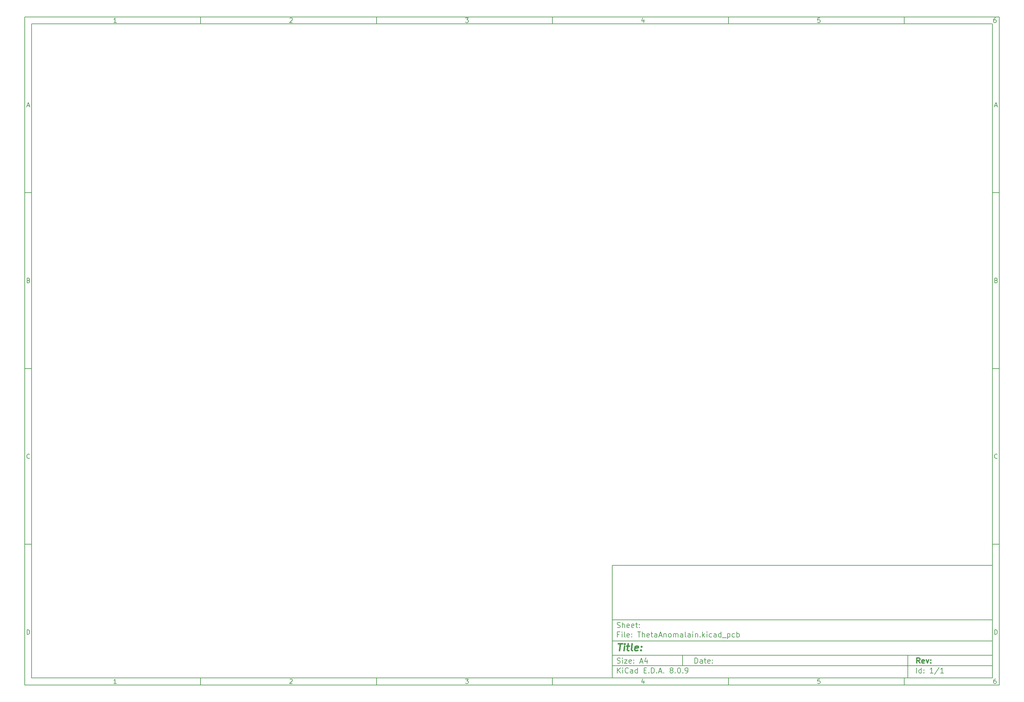
<source format=gbr>
%TF.GenerationSoftware,KiCad,Pcbnew,8.0.9-8.0.9-0~ubuntu24.04.1*%
%TF.CreationDate,2025-05-06T11:39:42+05:00*%
%TF.ProjectId,ThetaAnomalain,54686574-6141-46e6-9f6d-616c61696e2e,rev?*%
%TF.SameCoordinates,Original*%
%TF.FileFunction,Paste,Bot*%
%TF.FilePolarity,Positive*%
%FSLAX46Y46*%
G04 Gerber Fmt 4.6, Leading zero omitted, Abs format (unit mm)*
G04 Created by KiCad (PCBNEW 8.0.9-8.0.9-0~ubuntu24.04.1) date 2025-05-06 11:39:42*
%MOMM*%
%LPD*%
G01*
G04 APERTURE LIST*
%ADD10C,0.100000*%
%ADD11C,0.150000*%
%ADD12C,0.300000*%
%ADD13C,0.400000*%
G04 APERTURE END LIST*
D10*
D11*
X177002200Y-166007200D02*
X285002200Y-166007200D01*
X285002200Y-198007200D01*
X177002200Y-198007200D01*
X177002200Y-166007200D01*
D10*
D11*
X10000000Y-10000000D02*
X287002200Y-10000000D01*
X287002200Y-200007200D01*
X10000000Y-200007200D01*
X10000000Y-10000000D01*
D10*
D11*
X12000000Y-12000000D02*
X285002200Y-12000000D01*
X285002200Y-198007200D01*
X12000000Y-198007200D01*
X12000000Y-12000000D01*
D10*
D11*
X60000000Y-12000000D02*
X60000000Y-10000000D01*
D10*
D11*
X110000000Y-12000000D02*
X110000000Y-10000000D01*
D10*
D11*
X160000000Y-12000000D02*
X160000000Y-10000000D01*
D10*
D11*
X210000000Y-12000000D02*
X210000000Y-10000000D01*
D10*
D11*
X260000000Y-12000000D02*
X260000000Y-10000000D01*
D10*
D11*
X36089160Y-11593604D02*
X35346303Y-11593604D01*
X35717731Y-11593604D02*
X35717731Y-10293604D01*
X35717731Y-10293604D02*
X35593922Y-10479319D01*
X35593922Y-10479319D02*
X35470112Y-10603128D01*
X35470112Y-10603128D02*
X35346303Y-10665033D01*
D10*
D11*
X85346303Y-10417414D02*
X85408207Y-10355509D01*
X85408207Y-10355509D02*
X85532017Y-10293604D01*
X85532017Y-10293604D02*
X85841541Y-10293604D01*
X85841541Y-10293604D02*
X85965350Y-10355509D01*
X85965350Y-10355509D02*
X86027255Y-10417414D01*
X86027255Y-10417414D02*
X86089160Y-10541223D01*
X86089160Y-10541223D02*
X86089160Y-10665033D01*
X86089160Y-10665033D02*
X86027255Y-10850747D01*
X86027255Y-10850747D02*
X85284398Y-11593604D01*
X85284398Y-11593604D02*
X86089160Y-11593604D01*
D10*
D11*
X135284398Y-10293604D02*
X136089160Y-10293604D01*
X136089160Y-10293604D02*
X135655826Y-10788842D01*
X135655826Y-10788842D02*
X135841541Y-10788842D01*
X135841541Y-10788842D02*
X135965350Y-10850747D01*
X135965350Y-10850747D02*
X136027255Y-10912652D01*
X136027255Y-10912652D02*
X136089160Y-11036461D01*
X136089160Y-11036461D02*
X136089160Y-11345985D01*
X136089160Y-11345985D02*
X136027255Y-11469795D01*
X136027255Y-11469795D02*
X135965350Y-11531700D01*
X135965350Y-11531700D02*
X135841541Y-11593604D01*
X135841541Y-11593604D02*
X135470112Y-11593604D01*
X135470112Y-11593604D02*
X135346303Y-11531700D01*
X135346303Y-11531700D02*
X135284398Y-11469795D01*
D10*
D11*
X185965350Y-10726938D02*
X185965350Y-11593604D01*
X185655826Y-10231700D02*
X185346303Y-11160271D01*
X185346303Y-11160271D02*
X186151064Y-11160271D01*
D10*
D11*
X236027255Y-10293604D02*
X235408207Y-10293604D01*
X235408207Y-10293604D02*
X235346303Y-10912652D01*
X235346303Y-10912652D02*
X235408207Y-10850747D01*
X235408207Y-10850747D02*
X235532017Y-10788842D01*
X235532017Y-10788842D02*
X235841541Y-10788842D01*
X235841541Y-10788842D02*
X235965350Y-10850747D01*
X235965350Y-10850747D02*
X236027255Y-10912652D01*
X236027255Y-10912652D02*
X236089160Y-11036461D01*
X236089160Y-11036461D02*
X236089160Y-11345985D01*
X236089160Y-11345985D02*
X236027255Y-11469795D01*
X236027255Y-11469795D02*
X235965350Y-11531700D01*
X235965350Y-11531700D02*
X235841541Y-11593604D01*
X235841541Y-11593604D02*
X235532017Y-11593604D01*
X235532017Y-11593604D02*
X235408207Y-11531700D01*
X235408207Y-11531700D02*
X235346303Y-11469795D01*
D10*
D11*
X285965350Y-10293604D02*
X285717731Y-10293604D01*
X285717731Y-10293604D02*
X285593922Y-10355509D01*
X285593922Y-10355509D02*
X285532017Y-10417414D01*
X285532017Y-10417414D02*
X285408207Y-10603128D01*
X285408207Y-10603128D02*
X285346303Y-10850747D01*
X285346303Y-10850747D02*
X285346303Y-11345985D01*
X285346303Y-11345985D02*
X285408207Y-11469795D01*
X285408207Y-11469795D02*
X285470112Y-11531700D01*
X285470112Y-11531700D02*
X285593922Y-11593604D01*
X285593922Y-11593604D02*
X285841541Y-11593604D01*
X285841541Y-11593604D02*
X285965350Y-11531700D01*
X285965350Y-11531700D02*
X286027255Y-11469795D01*
X286027255Y-11469795D02*
X286089160Y-11345985D01*
X286089160Y-11345985D02*
X286089160Y-11036461D01*
X286089160Y-11036461D02*
X286027255Y-10912652D01*
X286027255Y-10912652D02*
X285965350Y-10850747D01*
X285965350Y-10850747D02*
X285841541Y-10788842D01*
X285841541Y-10788842D02*
X285593922Y-10788842D01*
X285593922Y-10788842D02*
X285470112Y-10850747D01*
X285470112Y-10850747D02*
X285408207Y-10912652D01*
X285408207Y-10912652D02*
X285346303Y-11036461D01*
D10*
D11*
X60000000Y-198007200D02*
X60000000Y-200007200D01*
D10*
D11*
X110000000Y-198007200D02*
X110000000Y-200007200D01*
D10*
D11*
X160000000Y-198007200D02*
X160000000Y-200007200D01*
D10*
D11*
X210000000Y-198007200D02*
X210000000Y-200007200D01*
D10*
D11*
X260000000Y-198007200D02*
X260000000Y-200007200D01*
D10*
D11*
X36089160Y-199600804D02*
X35346303Y-199600804D01*
X35717731Y-199600804D02*
X35717731Y-198300804D01*
X35717731Y-198300804D02*
X35593922Y-198486519D01*
X35593922Y-198486519D02*
X35470112Y-198610328D01*
X35470112Y-198610328D02*
X35346303Y-198672233D01*
D10*
D11*
X85346303Y-198424614D02*
X85408207Y-198362709D01*
X85408207Y-198362709D02*
X85532017Y-198300804D01*
X85532017Y-198300804D02*
X85841541Y-198300804D01*
X85841541Y-198300804D02*
X85965350Y-198362709D01*
X85965350Y-198362709D02*
X86027255Y-198424614D01*
X86027255Y-198424614D02*
X86089160Y-198548423D01*
X86089160Y-198548423D02*
X86089160Y-198672233D01*
X86089160Y-198672233D02*
X86027255Y-198857947D01*
X86027255Y-198857947D02*
X85284398Y-199600804D01*
X85284398Y-199600804D02*
X86089160Y-199600804D01*
D10*
D11*
X135284398Y-198300804D02*
X136089160Y-198300804D01*
X136089160Y-198300804D02*
X135655826Y-198796042D01*
X135655826Y-198796042D02*
X135841541Y-198796042D01*
X135841541Y-198796042D02*
X135965350Y-198857947D01*
X135965350Y-198857947D02*
X136027255Y-198919852D01*
X136027255Y-198919852D02*
X136089160Y-199043661D01*
X136089160Y-199043661D02*
X136089160Y-199353185D01*
X136089160Y-199353185D02*
X136027255Y-199476995D01*
X136027255Y-199476995D02*
X135965350Y-199538900D01*
X135965350Y-199538900D02*
X135841541Y-199600804D01*
X135841541Y-199600804D02*
X135470112Y-199600804D01*
X135470112Y-199600804D02*
X135346303Y-199538900D01*
X135346303Y-199538900D02*
X135284398Y-199476995D01*
D10*
D11*
X185965350Y-198734138D02*
X185965350Y-199600804D01*
X185655826Y-198238900D02*
X185346303Y-199167471D01*
X185346303Y-199167471D02*
X186151064Y-199167471D01*
D10*
D11*
X236027255Y-198300804D02*
X235408207Y-198300804D01*
X235408207Y-198300804D02*
X235346303Y-198919852D01*
X235346303Y-198919852D02*
X235408207Y-198857947D01*
X235408207Y-198857947D02*
X235532017Y-198796042D01*
X235532017Y-198796042D02*
X235841541Y-198796042D01*
X235841541Y-198796042D02*
X235965350Y-198857947D01*
X235965350Y-198857947D02*
X236027255Y-198919852D01*
X236027255Y-198919852D02*
X236089160Y-199043661D01*
X236089160Y-199043661D02*
X236089160Y-199353185D01*
X236089160Y-199353185D02*
X236027255Y-199476995D01*
X236027255Y-199476995D02*
X235965350Y-199538900D01*
X235965350Y-199538900D02*
X235841541Y-199600804D01*
X235841541Y-199600804D02*
X235532017Y-199600804D01*
X235532017Y-199600804D02*
X235408207Y-199538900D01*
X235408207Y-199538900D02*
X235346303Y-199476995D01*
D10*
D11*
X285965350Y-198300804D02*
X285717731Y-198300804D01*
X285717731Y-198300804D02*
X285593922Y-198362709D01*
X285593922Y-198362709D02*
X285532017Y-198424614D01*
X285532017Y-198424614D02*
X285408207Y-198610328D01*
X285408207Y-198610328D02*
X285346303Y-198857947D01*
X285346303Y-198857947D02*
X285346303Y-199353185D01*
X285346303Y-199353185D02*
X285408207Y-199476995D01*
X285408207Y-199476995D02*
X285470112Y-199538900D01*
X285470112Y-199538900D02*
X285593922Y-199600804D01*
X285593922Y-199600804D02*
X285841541Y-199600804D01*
X285841541Y-199600804D02*
X285965350Y-199538900D01*
X285965350Y-199538900D02*
X286027255Y-199476995D01*
X286027255Y-199476995D02*
X286089160Y-199353185D01*
X286089160Y-199353185D02*
X286089160Y-199043661D01*
X286089160Y-199043661D02*
X286027255Y-198919852D01*
X286027255Y-198919852D02*
X285965350Y-198857947D01*
X285965350Y-198857947D02*
X285841541Y-198796042D01*
X285841541Y-198796042D02*
X285593922Y-198796042D01*
X285593922Y-198796042D02*
X285470112Y-198857947D01*
X285470112Y-198857947D02*
X285408207Y-198919852D01*
X285408207Y-198919852D02*
X285346303Y-199043661D01*
D10*
D11*
X10000000Y-60000000D02*
X12000000Y-60000000D01*
D10*
D11*
X10000000Y-110000000D02*
X12000000Y-110000000D01*
D10*
D11*
X10000000Y-160000000D02*
X12000000Y-160000000D01*
D10*
D11*
X10690476Y-35222176D02*
X11309523Y-35222176D01*
X10566666Y-35593604D02*
X10999999Y-34293604D01*
X10999999Y-34293604D02*
X11433333Y-35593604D01*
D10*
D11*
X11092857Y-84912652D02*
X11278571Y-84974557D01*
X11278571Y-84974557D02*
X11340476Y-85036461D01*
X11340476Y-85036461D02*
X11402380Y-85160271D01*
X11402380Y-85160271D02*
X11402380Y-85345985D01*
X11402380Y-85345985D02*
X11340476Y-85469795D01*
X11340476Y-85469795D02*
X11278571Y-85531700D01*
X11278571Y-85531700D02*
X11154761Y-85593604D01*
X11154761Y-85593604D02*
X10659523Y-85593604D01*
X10659523Y-85593604D02*
X10659523Y-84293604D01*
X10659523Y-84293604D02*
X11092857Y-84293604D01*
X11092857Y-84293604D02*
X11216666Y-84355509D01*
X11216666Y-84355509D02*
X11278571Y-84417414D01*
X11278571Y-84417414D02*
X11340476Y-84541223D01*
X11340476Y-84541223D02*
X11340476Y-84665033D01*
X11340476Y-84665033D02*
X11278571Y-84788842D01*
X11278571Y-84788842D02*
X11216666Y-84850747D01*
X11216666Y-84850747D02*
X11092857Y-84912652D01*
X11092857Y-84912652D02*
X10659523Y-84912652D01*
D10*
D11*
X11402380Y-135469795D02*
X11340476Y-135531700D01*
X11340476Y-135531700D02*
X11154761Y-135593604D01*
X11154761Y-135593604D02*
X11030952Y-135593604D01*
X11030952Y-135593604D02*
X10845238Y-135531700D01*
X10845238Y-135531700D02*
X10721428Y-135407890D01*
X10721428Y-135407890D02*
X10659523Y-135284080D01*
X10659523Y-135284080D02*
X10597619Y-135036461D01*
X10597619Y-135036461D02*
X10597619Y-134850747D01*
X10597619Y-134850747D02*
X10659523Y-134603128D01*
X10659523Y-134603128D02*
X10721428Y-134479319D01*
X10721428Y-134479319D02*
X10845238Y-134355509D01*
X10845238Y-134355509D02*
X11030952Y-134293604D01*
X11030952Y-134293604D02*
X11154761Y-134293604D01*
X11154761Y-134293604D02*
X11340476Y-134355509D01*
X11340476Y-134355509D02*
X11402380Y-134417414D01*
D10*
D11*
X10659523Y-185593604D02*
X10659523Y-184293604D01*
X10659523Y-184293604D02*
X10969047Y-184293604D01*
X10969047Y-184293604D02*
X11154761Y-184355509D01*
X11154761Y-184355509D02*
X11278571Y-184479319D01*
X11278571Y-184479319D02*
X11340476Y-184603128D01*
X11340476Y-184603128D02*
X11402380Y-184850747D01*
X11402380Y-184850747D02*
X11402380Y-185036461D01*
X11402380Y-185036461D02*
X11340476Y-185284080D01*
X11340476Y-185284080D02*
X11278571Y-185407890D01*
X11278571Y-185407890D02*
X11154761Y-185531700D01*
X11154761Y-185531700D02*
X10969047Y-185593604D01*
X10969047Y-185593604D02*
X10659523Y-185593604D01*
D10*
D11*
X287002200Y-60000000D02*
X285002200Y-60000000D01*
D10*
D11*
X287002200Y-110000000D02*
X285002200Y-110000000D01*
D10*
D11*
X287002200Y-160000000D02*
X285002200Y-160000000D01*
D10*
D11*
X285692676Y-35222176D02*
X286311723Y-35222176D01*
X285568866Y-35593604D02*
X286002199Y-34293604D01*
X286002199Y-34293604D02*
X286435533Y-35593604D01*
D10*
D11*
X286095057Y-84912652D02*
X286280771Y-84974557D01*
X286280771Y-84974557D02*
X286342676Y-85036461D01*
X286342676Y-85036461D02*
X286404580Y-85160271D01*
X286404580Y-85160271D02*
X286404580Y-85345985D01*
X286404580Y-85345985D02*
X286342676Y-85469795D01*
X286342676Y-85469795D02*
X286280771Y-85531700D01*
X286280771Y-85531700D02*
X286156961Y-85593604D01*
X286156961Y-85593604D02*
X285661723Y-85593604D01*
X285661723Y-85593604D02*
X285661723Y-84293604D01*
X285661723Y-84293604D02*
X286095057Y-84293604D01*
X286095057Y-84293604D02*
X286218866Y-84355509D01*
X286218866Y-84355509D02*
X286280771Y-84417414D01*
X286280771Y-84417414D02*
X286342676Y-84541223D01*
X286342676Y-84541223D02*
X286342676Y-84665033D01*
X286342676Y-84665033D02*
X286280771Y-84788842D01*
X286280771Y-84788842D02*
X286218866Y-84850747D01*
X286218866Y-84850747D02*
X286095057Y-84912652D01*
X286095057Y-84912652D02*
X285661723Y-84912652D01*
D10*
D11*
X286404580Y-135469795D02*
X286342676Y-135531700D01*
X286342676Y-135531700D02*
X286156961Y-135593604D01*
X286156961Y-135593604D02*
X286033152Y-135593604D01*
X286033152Y-135593604D02*
X285847438Y-135531700D01*
X285847438Y-135531700D02*
X285723628Y-135407890D01*
X285723628Y-135407890D02*
X285661723Y-135284080D01*
X285661723Y-135284080D02*
X285599819Y-135036461D01*
X285599819Y-135036461D02*
X285599819Y-134850747D01*
X285599819Y-134850747D02*
X285661723Y-134603128D01*
X285661723Y-134603128D02*
X285723628Y-134479319D01*
X285723628Y-134479319D02*
X285847438Y-134355509D01*
X285847438Y-134355509D02*
X286033152Y-134293604D01*
X286033152Y-134293604D02*
X286156961Y-134293604D01*
X286156961Y-134293604D02*
X286342676Y-134355509D01*
X286342676Y-134355509D02*
X286404580Y-134417414D01*
D10*
D11*
X285661723Y-185593604D02*
X285661723Y-184293604D01*
X285661723Y-184293604D02*
X285971247Y-184293604D01*
X285971247Y-184293604D02*
X286156961Y-184355509D01*
X286156961Y-184355509D02*
X286280771Y-184479319D01*
X286280771Y-184479319D02*
X286342676Y-184603128D01*
X286342676Y-184603128D02*
X286404580Y-184850747D01*
X286404580Y-184850747D02*
X286404580Y-185036461D01*
X286404580Y-185036461D02*
X286342676Y-185284080D01*
X286342676Y-185284080D02*
X286280771Y-185407890D01*
X286280771Y-185407890D02*
X286156961Y-185531700D01*
X286156961Y-185531700D02*
X285971247Y-185593604D01*
X285971247Y-185593604D02*
X285661723Y-185593604D01*
D10*
D11*
X200458026Y-193793328D02*
X200458026Y-192293328D01*
X200458026Y-192293328D02*
X200815169Y-192293328D01*
X200815169Y-192293328D02*
X201029455Y-192364757D01*
X201029455Y-192364757D02*
X201172312Y-192507614D01*
X201172312Y-192507614D02*
X201243741Y-192650471D01*
X201243741Y-192650471D02*
X201315169Y-192936185D01*
X201315169Y-192936185D02*
X201315169Y-193150471D01*
X201315169Y-193150471D02*
X201243741Y-193436185D01*
X201243741Y-193436185D02*
X201172312Y-193579042D01*
X201172312Y-193579042D02*
X201029455Y-193721900D01*
X201029455Y-193721900D02*
X200815169Y-193793328D01*
X200815169Y-193793328D02*
X200458026Y-193793328D01*
X202600884Y-193793328D02*
X202600884Y-193007614D01*
X202600884Y-193007614D02*
X202529455Y-192864757D01*
X202529455Y-192864757D02*
X202386598Y-192793328D01*
X202386598Y-192793328D02*
X202100884Y-192793328D01*
X202100884Y-192793328D02*
X201958026Y-192864757D01*
X202600884Y-193721900D02*
X202458026Y-193793328D01*
X202458026Y-193793328D02*
X202100884Y-193793328D01*
X202100884Y-193793328D02*
X201958026Y-193721900D01*
X201958026Y-193721900D02*
X201886598Y-193579042D01*
X201886598Y-193579042D02*
X201886598Y-193436185D01*
X201886598Y-193436185D02*
X201958026Y-193293328D01*
X201958026Y-193293328D02*
X202100884Y-193221900D01*
X202100884Y-193221900D02*
X202458026Y-193221900D01*
X202458026Y-193221900D02*
X202600884Y-193150471D01*
X203100884Y-192793328D02*
X203672312Y-192793328D01*
X203315169Y-192293328D02*
X203315169Y-193579042D01*
X203315169Y-193579042D02*
X203386598Y-193721900D01*
X203386598Y-193721900D02*
X203529455Y-193793328D01*
X203529455Y-193793328D02*
X203672312Y-193793328D01*
X204743741Y-193721900D02*
X204600884Y-193793328D01*
X204600884Y-193793328D02*
X204315170Y-193793328D01*
X204315170Y-193793328D02*
X204172312Y-193721900D01*
X204172312Y-193721900D02*
X204100884Y-193579042D01*
X204100884Y-193579042D02*
X204100884Y-193007614D01*
X204100884Y-193007614D02*
X204172312Y-192864757D01*
X204172312Y-192864757D02*
X204315170Y-192793328D01*
X204315170Y-192793328D02*
X204600884Y-192793328D01*
X204600884Y-192793328D02*
X204743741Y-192864757D01*
X204743741Y-192864757D02*
X204815170Y-193007614D01*
X204815170Y-193007614D02*
X204815170Y-193150471D01*
X204815170Y-193150471D02*
X204100884Y-193293328D01*
X205458026Y-193650471D02*
X205529455Y-193721900D01*
X205529455Y-193721900D02*
X205458026Y-193793328D01*
X205458026Y-193793328D02*
X205386598Y-193721900D01*
X205386598Y-193721900D02*
X205458026Y-193650471D01*
X205458026Y-193650471D02*
X205458026Y-193793328D01*
X205458026Y-192864757D02*
X205529455Y-192936185D01*
X205529455Y-192936185D02*
X205458026Y-193007614D01*
X205458026Y-193007614D02*
X205386598Y-192936185D01*
X205386598Y-192936185D02*
X205458026Y-192864757D01*
X205458026Y-192864757D02*
X205458026Y-193007614D01*
D10*
D11*
X177002200Y-194507200D02*
X285002200Y-194507200D01*
D10*
D11*
X178458026Y-196593328D02*
X178458026Y-195093328D01*
X179315169Y-196593328D02*
X178672312Y-195736185D01*
X179315169Y-195093328D02*
X178458026Y-195950471D01*
X179958026Y-196593328D02*
X179958026Y-195593328D01*
X179958026Y-195093328D02*
X179886598Y-195164757D01*
X179886598Y-195164757D02*
X179958026Y-195236185D01*
X179958026Y-195236185D02*
X180029455Y-195164757D01*
X180029455Y-195164757D02*
X179958026Y-195093328D01*
X179958026Y-195093328D02*
X179958026Y-195236185D01*
X181529455Y-196450471D02*
X181458027Y-196521900D01*
X181458027Y-196521900D02*
X181243741Y-196593328D01*
X181243741Y-196593328D02*
X181100884Y-196593328D01*
X181100884Y-196593328D02*
X180886598Y-196521900D01*
X180886598Y-196521900D02*
X180743741Y-196379042D01*
X180743741Y-196379042D02*
X180672312Y-196236185D01*
X180672312Y-196236185D02*
X180600884Y-195950471D01*
X180600884Y-195950471D02*
X180600884Y-195736185D01*
X180600884Y-195736185D02*
X180672312Y-195450471D01*
X180672312Y-195450471D02*
X180743741Y-195307614D01*
X180743741Y-195307614D02*
X180886598Y-195164757D01*
X180886598Y-195164757D02*
X181100884Y-195093328D01*
X181100884Y-195093328D02*
X181243741Y-195093328D01*
X181243741Y-195093328D02*
X181458027Y-195164757D01*
X181458027Y-195164757D02*
X181529455Y-195236185D01*
X182815170Y-196593328D02*
X182815170Y-195807614D01*
X182815170Y-195807614D02*
X182743741Y-195664757D01*
X182743741Y-195664757D02*
X182600884Y-195593328D01*
X182600884Y-195593328D02*
X182315170Y-195593328D01*
X182315170Y-195593328D02*
X182172312Y-195664757D01*
X182815170Y-196521900D02*
X182672312Y-196593328D01*
X182672312Y-196593328D02*
X182315170Y-196593328D01*
X182315170Y-196593328D02*
X182172312Y-196521900D01*
X182172312Y-196521900D02*
X182100884Y-196379042D01*
X182100884Y-196379042D02*
X182100884Y-196236185D01*
X182100884Y-196236185D02*
X182172312Y-196093328D01*
X182172312Y-196093328D02*
X182315170Y-196021900D01*
X182315170Y-196021900D02*
X182672312Y-196021900D01*
X182672312Y-196021900D02*
X182815170Y-195950471D01*
X184172313Y-196593328D02*
X184172313Y-195093328D01*
X184172313Y-196521900D02*
X184029455Y-196593328D01*
X184029455Y-196593328D02*
X183743741Y-196593328D01*
X183743741Y-196593328D02*
X183600884Y-196521900D01*
X183600884Y-196521900D02*
X183529455Y-196450471D01*
X183529455Y-196450471D02*
X183458027Y-196307614D01*
X183458027Y-196307614D02*
X183458027Y-195879042D01*
X183458027Y-195879042D02*
X183529455Y-195736185D01*
X183529455Y-195736185D02*
X183600884Y-195664757D01*
X183600884Y-195664757D02*
X183743741Y-195593328D01*
X183743741Y-195593328D02*
X184029455Y-195593328D01*
X184029455Y-195593328D02*
X184172313Y-195664757D01*
X186029455Y-195807614D02*
X186529455Y-195807614D01*
X186743741Y-196593328D02*
X186029455Y-196593328D01*
X186029455Y-196593328D02*
X186029455Y-195093328D01*
X186029455Y-195093328D02*
X186743741Y-195093328D01*
X187386598Y-196450471D02*
X187458027Y-196521900D01*
X187458027Y-196521900D02*
X187386598Y-196593328D01*
X187386598Y-196593328D02*
X187315170Y-196521900D01*
X187315170Y-196521900D02*
X187386598Y-196450471D01*
X187386598Y-196450471D02*
X187386598Y-196593328D01*
X188100884Y-196593328D02*
X188100884Y-195093328D01*
X188100884Y-195093328D02*
X188458027Y-195093328D01*
X188458027Y-195093328D02*
X188672313Y-195164757D01*
X188672313Y-195164757D02*
X188815170Y-195307614D01*
X188815170Y-195307614D02*
X188886599Y-195450471D01*
X188886599Y-195450471D02*
X188958027Y-195736185D01*
X188958027Y-195736185D02*
X188958027Y-195950471D01*
X188958027Y-195950471D02*
X188886599Y-196236185D01*
X188886599Y-196236185D02*
X188815170Y-196379042D01*
X188815170Y-196379042D02*
X188672313Y-196521900D01*
X188672313Y-196521900D02*
X188458027Y-196593328D01*
X188458027Y-196593328D02*
X188100884Y-196593328D01*
X189600884Y-196450471D02*
X189672313Y-196521900D01*
X189672313Y-196521900D02*
X189600884Y-196593328D01*
X189600884Y-196593328D02*
X189529456Y-196521900D01*
X189529456Y-196521900D02*
X189600884Y-196450471D01*
X189600884Y-196450471D02*
X189600884Y-196593328D01*
X190243742Y-196164757D02*
X190958028Y-196164757D01*
X190100885Y-196593328D02*
X190600885Y-195093328D01*
X190600885Y-195093328D02*
X191100885Y-196593328D01*
X191600884Y-196450471D02*
X191672313Y-196521900D01*
X191672313Y-196521900D02*
X191600884Y-196593328D01*
X191600884Y-196593328D02*
X191529456Y-196521900D01*
X191529456Y-196521900D02*
X191600884Y-196450471D01*
X191600884Y-196450471D02*
X191600884Y-196593328D01*
X193672313Y-195736185D02*
X193529456Y-195664757D01*
X193529456Y-195664757D02*
X193458027Y-195593328D01*
X193458027Y-195593328D02*
X193386599Y-195450471D01*
X193386599Y-195450471D02*
X193386599Y-195379042D01*
X193386599Y-195379042D02*
X193458027Y-195236185D01*
X193458027Y-195236185D02*
X193529456Y-195164757D01*
X193529456Y-195164757D02*
X193672313Y-195093328D01*
X193672313Y-195093328D02*
X193958027Y-195093328D01*
X193958027Y-195093328D02*
X194100885Y-195164757D01*
X194100885Y-195164757D02*
X194172313Y-195236185D01*
X194172313Y-195236185D02*
X194243742Y-195379042D01*
X194243742Y-195379042D02*
X194243742Y-195450471D01*
X194243742Y-195450471D02*
X194172313Y-195593328D01*
X194172313Y-195593328D02*
X194100885Y-195664757D01*
X194100885Y-195664757D02*
X193958027Y-195736185D01*
X193958027Y-195736185D02*
X193672313Y-195736185D01*
X193672313Y-195736185D02*
X193529456Y-195807614D01*
X193529456Y-195807614D02*
X193458027Y-195879042D01*
X193458027Y-195879042D02*
X193386599Y-196021900D01*
X193386599Y-196021900D02*
X193386599Y-196307614D01*
X193386599Y-196307614D02*
X193458027Y-196450471D01*
X193458027Y-196450471D02*
X193529456Y-196521900D01*
X193529456Y-196521900D02*
X193672313Y-196593328D01*
X193672313Y-196593328D02*
X193958027Y-196593328D01*
X193958027Y-196593328D02*
X194100885Y-196521900D01*
X194100885Y-196521900D02*
X194172313Y-196450471D01*
X194172313Y-196450471D02*
X194243742Y-196307614D01*
X194243742Y-196307614D02*
X194243742Y-196021900D01*
X194243742Y-196021900D02*
X194172313Y-195879042D01*
X194172313Y-195879042D02*
X194100885Y-195807614D01*
X194100885Y-195807614D02*
X193958027Y-195736185D01*
X194886598Y-196450471D02*
X194958027Y-196521900D01*
X194958027Y-196521900D02*
X194886598Y-196593328D01*
X194886598Y-196593328D02*
X194815170Y-196521900D01*
X194815170Y-196521900D02*
X194886598Y-196450471D01*
X194886598Y-196450471D02*
X194886598Y-196593328D01*
X195886599Y-195093328D02*
X196029456Y-195093328D01*
X196029456Y-195093328D02*
X196172313Y-195164757D01*
X196172313Y-195164757D02*
X196243742Y-195236185D01*
X196243742Y-195236185D02*
X196315170Y-195379042D01*
X196315170Y-195379042D02*
X196386599Y-195664757D01*
X196386599Y-195664757D02*
X196386599Y-196021900D01*
X196386599Y-196021900D02*
X196315170Y-196307614D01*
X196315170Y-196307614D02*
X196243742Y-196450471D01*
X196243742Y-196450471D02*
X196172313Y-196521900D01*
X196172313Y-196521900D02*
X196029456Y-196593328D01*
X196029456Y-196593328D02*
X195886599Y-196593328D01*
X195886599Y-196593328D02*
X195743742Y-196521900D01*
X195743742Y-196521900D02*
X195672313Y-196450471D01*
X195672313Y-196450471D02*
X195600884Y-196307614D01*
X195600884Y-196307614D02*
X195529456Y-196021900D01*
X195529456Y-196021900D02*
X195529456Y-195664757D01*
X195529456Y-195664757D02*
X195600884Y-195379042D01*
X195600884Y-195379042D02*
X195672313Y-195236185D01*
X195672313Y-195236185D02*
X195743742Y-195164757D01*
X195743742Y-195164757D02*
X195886599Y-195093328D01*
X197029455Y-196450471D02*
X197100884Y-196521900D01*
X197100884Y-196521900D02*
X197029455Y-196593328D01*
X197029455Y-196593328D02*
X196958027Y-196521900D01*
X196958027Y-196521900D02*
X197029455Y-196450471D01*
X197029455Y-196450471D02*
X197029455Y-196593328D01*
X197815170Y-196593328D02*
X198100884Y-196593328D01*
X198100884Y-196593328D02*
X198243741Y-196521900D01*
X198243741Y-196521900D02*
X198315170Y-196450471D01*
X198315170Y-196450471D02*
X198458027Y-196236185D01*
X198458027Y-196236185D02*
X198529456Y-195950471D01*
X198529456Y-195950471D02*
X198529456Y-195379042D01*
X198529456Y-195379042D02*
X198458027Y-195236185D01*
X198458027Y-195236185D02*
X198386599Y-195164757D01*
X198386599Y-195164757D02*
X198243741Y-195093328D01*
X198243741Y-195093328D02*
X197958027Y-195093328D01*
X197958027Y-195093328D02*
X197815170Y-195164757D01*
X197815170Y-195164757D02*
X197743741Y-195236185D01*
X197743741Y-195236185D02*
X197672313Y-195379042D01*
X197672313Y-195379042D02*
X197672313Y-195736185D01*
X197672313Y-195736185D02*
X197743741Y-195879042D01*
X197743741Y-195879042D02*
X197815170Y-195950471D01*
X197815170Y-195950471D02*
X197958027Y-196021900D01*
X197958027Y-196021900D02*
X198243741Y-196021900D01*
X198243741Y-196021900D02*
X198386599Y-195950471D01*
X198386599Y-195950471D02*
X198458027Y-195879042D01*
X198458027Y-195879042D02*
X198529456Y-195736185D01*
D10*
D11*
X177002200Y-191507200D02*
X285002200Y-191507200D01*
D10*
D12*
X264413853Y-193785528D02*
X263913853Y-193071242D01*
X263556710Y-193785528D02*
X263556710Y-192285528D01*
X263556710Y-192285528D02*
X264128139Y-192285528D01*
X264128139Y-192285528D02*
X264270996Y-192356957D01*
X264270996Y-192356957D02*
X264342425Y-192428385D01*
X264342425Y-192428385D02*
X264413853Y-192571242D01*
X264413853Y-192571242D02*
X264413853Y-192785528D01*
X264413853Y-192785528D02*
X264342425Y-192928385D01*
X264342425Y-192928385D02*
X264270996Y-192999814D01*
X264270996Y-192999814D02*
X264128139Y-193071242D01*
X264128139Y-193071242D02*
X263556710Y-193071242D01*
X265628139Y-193714100D02*
X265485282Y-193785528D01*
X265485282Y-193785528D02*
X265199568Y-193785528D01*
X265199568Y-193785528D02*
X265056710Y-193714100D01*
X265056710Y-193714100D02*
X264985282Y-193571242D01*
X264985282Y-193571242D02*
X264985282Y-192999814D01*
X264985282Y-192999814D02*
X265056710Y-192856957D01*
X265056710Y-192856957D02*
X265199568Y-192785528D01*
X265199568Y-192785528D02*
X265485282Y-192785528D01*
X265485282Y-192785528D02*
X265628139Y-192856957D01*
X265628139Y-192856957D02*
X265699568Y-192999814D01*
X265699568Y-192999814D02*
X265699568Y-193142671D01*
X265699568Y-193142671D02*
X264985282Y-193285528D01*
X266199567Y-192785528D02*
X266556710Y-193785528D01*
X266556710Y-193785528D02*
X266913853Y-192785528D01*
X267485281Y-193642671D02*
X267556710Y-193714100D01*
X267556710Y-193714100D02*
X267485281Y-193785528D01*
X267485281Y-193785528D02*
X267413853Y-193714100D01*
X267413853Y-193714100D02*
X267485281Y-193642671D01*
X267485281Y-193642671D02*
X267485281Y-193785528D01*
X267485281Y-192856957D02*
X267556710Y-192928385D01*
X267556710Y-192928385D02*
X267485281Y-192999814D01*
X267485281Y-192999814D02*
X267413853Y-192928385D01*
X267413853Y-192928385D02*
X267485281Y-192856957D01*
X267485281Y-192856957D02*
X267485281Y-192999814D01*
D10*
D11*
X178386598Y-193721900D02*
X178600884Y-193793328D01*
X178600884Y-193793328D02*
X178958026Y-193793328D01*
X178958026Y-193793328D02*
X179100884Y-193721900D01*
X179100884Y-193721900D02*
X179172312Y-193650471D01*
X179172312Y-193650471D02*
X179243741Y-193507614D01*
X179243741Y-193507614D02*
X179243741Y-193364757D01*
X179243741Y-193364757D02*
X179172312Y-193221900D01*
X179172312Y-193221900D02*
X179100884Y-193150471D01*
X179100884Y-193150471D02*
X178958026Y-193079042D01*
X178958026Y-193079042D02*
X178672312Y-193007614D01*
X178672312Y-193007614D02*
X178529455Y-192936185D01*
X178529455Y-192936185D02*
X178458026Y-192864757D01*
X178458026Y-192864757D02*
X178386598Y-192721900D01*
X178386598Y-192721900D02*
X178386598Y-192579042D01*
X178386598Y-192579042D02*
X178458026Y-192436185D01*
X178458026Y-192436185D02*
X178529455Y-192364757D01*
X178529455Y-192364757D02*
X178672312Y-192293328D01*
X178672312Y-192293328D02*
X179029455Y-192293328D01*
X179029455Y-192293328D02*
X179243741Y-192364757D01*
X179886597Y-193793328D02*
X179886597Y-192793328D01*
X179886597Y-192293328D02*
X179815169Y-192364757D01*
X179815169Y-192364757D02*
X179886597Y-192436185D01*
X179886597Y-192436185D02*
X179958026Y-192364757D01*
X179958026Y-192364757D02*
X179886597Y-192293328D01*
X179886597Y-192293328D02*
X179886597Y-192436185D01*
X180458026Y-192793328D02*
X181243741Y-192793328D01*
X181243741Y-192793328D02*
X180458026Y-193793328D01*
X180458026Y-193793328D02*
X181243741Y-193793328D01*
X182386598Y-193721900D02*
X182243741Y-193793328D01*
X182243741Y-193793328D02*
X181958027Y-193793328D01*
X181958027Y-193793328D02*
X181815169Y-193721900D01*
X181815169Y-193721900D02*
X181743741Y-193579042D01*
X181743741Y-193579042D02*
X181743741Y-193007614D01*
X181743741Y-193007614D02*
X181815169Y-192864757D01*
X181815169Y-192864757D02*
X181958027Y-192793328D01*
X181958027Y-192793328D02*
X182243741Y-192793328D01*
X182243741Y-192793328D02*
X182386598Y-192864757D01*
X182386598Y-192864757D02*
X182458027Y-193007614D01*
X182458027Y-193007614D02*
X182458027Y-193150471D01*
X182458027Y-193150471D02*
X181743741Y-193293328D01*
X183100883Y-193650471D02*
X183172312Y-193721900D01*
X183172312Y-193721900D02*
X183100883Y-193793328D01*
X183100883Y-193793328D02*
X183029455Y-193721900D01*
X183029455Y-193721900D02*
X183100883Y-193650471D01*
X183100883Y-193650471D02*
X183100883Y-193793328D01*
X183100883Y-192864757D02*
X183172312Y-192936185D01*
X183172312Y-192936185D02*
X183100883Y-193007614D01*
X183100883Y-193007614D02*
X183029455Y-192936185D01*
X183029455Y-192936185D02*
X183100883Y-192864757D01*
X183100883Y-192864757D02*
X183100883Y-193007614D01*
X184886598Y-193364757D02*
X185600884Y-193364757D01*
X184743741Y-193793328D02*
X185243741Y-192293328D01*
X185243741Y-192293328D02*
X185743741Y-193793328D01*
X186886598Y-192793328D02*
X186886598Y-193793328D01*
X186529455Y-192221900D02*
X186172312Y-193293328D01*
X186172312Y-193293328D02*
X187100883Y-193293328D01*
D10*
D11*
X263458026Y-196593328D02*
X263458026Y-195093328D01*
X264815170Y-196593328D02*
X264815170Y-195093328D01*
X264815170Y-196521900D02*
X264672312Y-196593328D01*
X264672312Y-196593328D02*
X264386598Y-196593328D01*
X264386598Y-196593328D02*
X264243741Y-196521900D01*
X264243741Y-196521900D02*
X264172312Y-196450471D01*
X264172312Y-196450471D02*
X264100884Y-196307614D01*
X264100884Y-196307614D02*
X264100884Y-195879042D01*
X264100884Y-195879042D02*
X264172312Y-195736185D01*
X264172312Y-195736185D02*
X264243741Y-195664757D01*
X264243741Y-195664757D02*
X264386598Y-195593328D01*
X264386598Y-195593328D02*
X264672312Y-195593328D01*
X264672312Y-195593328D02*
X264815170Y-195664757D01*
X265529455Y-196450471D02*
X265600884Y-196521900D01*
X265600884Y-196521900D02*
X265529455Y-196593328D01*
X265529455Y-196593328D02*
X265458027Y-196521900D01*
X265458027Y-196521900D02*
X265529455Y-196450471D01*
X265529455Y-196450471D02*
X265529455Y-196593328D01*
X265529455Y-195664757D02*
X265600884Y-195736185D01*
X265600884Y-195736185D02*
X265529455Y-195807614D01*
X265529455Y-195807614D02*
X265458027Y-195736185D01*
X265458027Y-195736185D02*
X265529455Y-195664757D01*
X265529455Y-195664757D02*
X265529455Y-195807614D01*
X268172313Y-196593328D02*
X267315170Y-196593328D01*
X267743741Y-196593328D02*
X267743741Y-195093328D01*
X267743741Y-195093328D02*
X267600884Y-195307614D01*
X267600884Y-195307614D02*
X267458027Y-195450471D01*
X267458027Y-195450471D02*
X267315170Y-195521900D01*
X269886598Y-195021900D02*
X268600884Y-196950471D01*
X271172313Y-196593328D02*
X270315170Y-196593328D01*
X270743741Y-196593328D02*
X270743741Y-195093328D01*
X270743741Y-195093328D02*
X270600884Y-195307614D01*
X270600884Y-195307614D02*
X270458027Y-195450471D01*
X270458027Y-195450471D02*
X270315170Y-195521900D01*
D10*
D11*
X177002200Y-187507200D02*
X285002200Y-187507200D01*
D10*
D13*
X178693928Y-188211638D02*
X179836785Y-188211638D01*
X179015357Y-190211638D02*
X179265357Y-188211638D01*
X180253452Y-190211638D02*
X180420119Y-188878304D01*
X180503452Y-188211638D02*
X180396309Y-188306876D01*
X180396309Y-188306876D02*
X180479643Y-188402114D01*
X180479643Y-188402114D02*
X180586786Y-188306876D01*
X180586786Y-188306876D02*
X180503452Y-188211638D01*
X180503452Y-188211638D02*
X180479643Y-188402114D01*
X181086786Y-188878304D02*
X181848690Y-188878304D01*
X181455833Y-188211638D02*
X181241548Y-189925923D01*
X181241548Y-189925923D02*
X181312976Y-190116400D01*
X181312976Y-190116400D02*
X181491548Y-190211638D01*
X181491548Y-190211638D02*
X181682024Y-190211638D01*
X182634405Y-190211638D02*
X182455833Y-190116400D01*
X182455833Y-190116400D02*
X182384405Y-189925923D01*
X182384405Y-189925923D02*
X182598690Y-188211638D01*
X184170119Y-190116400D02*
X183967738Y-190211638D01*
X183967738Y-190211638D02*
X183586785Y-190211638D01*
X183586785Y-190211638D02*
X183408214Y-190116400D01*
X183408214Y-190116400D02*
X183336785Y-189925923D01*
X183336785Y-189925923D02*
X183432024Y-189164019D01*
X183432024Y-189164019D02*
X183551071Y-188973542D01*
X183551071Y-188973542D02*
X183753452Y-188878304D01*
X183753452Y-188878304D02*
X184134404Y-188878304D01*
X184134404Y-188878304D02*
X184312976Y-188973542D01*
X184312976Y-188973542D02*
X184384404Y-189164019D01*
X184384404Y-189164019D02*
X184360595Y-189354495D01*
X184360595Y-189354495D02*
X183384404Y-189544971D01*
X185134405Y-190021161D02*
X185217738Y-190116400D01*
X185217738Y-190116400D02*
X185110595Y-190211638D01*
X185110595Y-190211638D02*
X185027262Y-190116400D01*
X185027262Y-190116400D02*
X185134405Y-190021161D01*
X185134405Y-190021161D02*
X185110595Y-190211638D01*
X185265357Y-188973542D02*
X185348690Y-189068780D01*
X185348690Y-189068780D02*
X185241548Y-189164019D01*
X185241548Y-189164019D02*
X185158214Y-189068780D01*
X185158214Y-189068780D02*
X185265357Y-188973542D01*
X185265357Y-188973542D02*
X185241548Y-189164019D01*
D10*
D11*
X178958026Y-185607614D02*
X178458026Y-185607614D01*
X178458026Y-186393328D02*
X178458026Y-184893328D01*
X178458026Y-184893328D02*
X179172312Y-184893328D01*
X179743740Y-186393328D02*
X179743740Y-185393328D01*
X179743740Y-184893328D02*
X179672312Y-184964757D01*
X179672312Y-184964757D02*
X179743740Y-185036185D01*
X179743740Y-185036185D02*
X179815169Y-184964757D01*
X179815169Y-184964757D02*
X179743740Y-184893328D01*
X179743740Y-184893328D02*
X179743740Y-185036185D01*
X180672312Y-186393328D02*
X180529455Y-186321900D01*
X180529455Y-186321900D02*
X180458026Y-186179042D01*
X180458026Y-186179042D02*
X180458026Y-184893328D01*
X181815169Y-186321900D02*
X181672312Y-186393328D01*
X181672312Y-186393328D02*
X181386598Y-186393328D01*
X181386598Y-186393328D02*
X181243740Y-186321900D01*
X181243740Y-186321900D02*
X181172312Y-186179042D01*
X181172312Y-186179042D02*
X181172312Y-185607614D01*
X181172312Y-185607614D02*
X181243740Y-185464757D01*
X181243740Y-185464757D02*
X181386598Y-185393328D01*
X181386598Y-185393328D02*
X181672312Y-185393328D01*
X181672312Y-185393328D02*
X181815169Y-185464757D01*
X181815169Y-185464757D02*
X181886598Y-185607614D01*
X181886598Y-185607614D02*
X181886598Y-185750471D01*
X181886598Y-185750471D02*
X181172312Y-185893328D01*
X182529454Y-186250471D02*
X182600883Y-186321900D01*
X182600883Y-186321900D02*
X182529454Y-186393328D01*
X182529454Y-186393328D02*
X182458026Y-186321900D01*
X182458026Y-186321900D02*
X182529454Y-186250471D01*
X182529454Y-186250471D02*
X182529454Y-186393328D01*
X182529454Y-185464757D02*
X182600883Y-185536185D01*
X182600883Y-185536185D02*
X182529454Y-185607614D01*
X182529454Y-185607614D02*
X182458026Y-185536185D01*
X182458026Y-185536185D02*
X182529454Y-185464757D01*
X182529454Y-185464757D02*
X182529454Y-185607614D01*
X184172312Y-184893328D02*
X185029455Y-184893328D01*
X184600883Y-186393328D02*
X184600883Y-184893328D01*
X185529454Y-186393328D02*
X185529454Y-184893328D01*
X186172312Y-186393328D02*
X186172312Y-185607614D01*
X186172312Y-185607614D02*
X186100883Y-185464757D01*
X186100883Y-185464757D02*
X185958026Y-185393328D01*
X185958026Y-185393328D02*
X185743740Y-185393328D01*
X185743740Y-185393328D02*
X185600883Y-185464757D01*
X185600883Y-185464757D02*
X185529454Y-185536185D01*
X187458026Y-186321900D02*
X187315169Y-186393328D01*
X187315169Y-186393328D02*
X187029455Y-186393328D01*
X187029455Y-186393328D02*
X186886597Y-186321900D01*
X186886597Y-186321900D02*
X186815169Y-186179042D01*
X186815169Y-186179042D02*
X186815169Y-185607614D01*
X186815169Y-185607614D02*
X186886597Y-185464757D01*
X186886597Y-185464757D02*
X187029455Y-185393328D01*
X187029455Y-185393328D02*
X187315169Y-185393328D01*
X187315169Y-185393328D02*
X187458026Y-185464757D01*
X187458026Y-185464757D02*
X187529455Y-185607614D01*
X187529455Y-185607614D02*
X187529455Y-185750471D01*
X187529455Y-185750471D02*
X186815169Y-185893328D01*
X187958026Y-185393328D02*
X188529454Y-185393328D01*
X188172311Y-184893328D02*
X188172311Y-186179042D01*
X188172311Y-186179042D02*
X188243740Y-186321900D01*
X188243740Y-186321900D02*
X188386597Y-186393328D01*
X188386597Y-186393328D02*
X188529454Y-186393328D01*
X189672312Y-186393328D02*
X189672312Y-185607614D01*
X189672312Y-185607614D02*
X189600883Y-185464757D01*
X189600883Y-185464757D02*
X189458026Y-185393328D01*
X189458026Y-185393328D02*
X189172312Y-185393328D01*
X189172312Y-185393328D02*
X189029454Y-185464757D01*
X189672312Y-186321900D02*
X189529454Y-186393328D01*
X189529454Y-186393328D02*
X189172312Y-186393328D01*
X189172312Y-186393328D02*
X189029454Y-186321900D01*
X189029454Y-186321900D02*
X188958026Y-186179042D01*
X188958026Y-186179042D02*
X188958026Y-186036185D01*
X188958026Y-186036185D02*
X189029454Y-185893328D01*
X189029454Y-185893328D02*
X189172312Y-185821900D01*
X189172312Y-185821900D02*
X189529454Y-185821900D01*
X189529454Y-185821900D02*
X189672312Y-185750471D01*
X190315169Y-185964757D02*
X191029455Y-185964757D01*
X190172312Y-186393328D02*
X190672312Y-184893328D01*
X190672312Y-184893328D02*
X191172312Y-186393328D01*
X191672311Y-185393328D02*
X191672311Y-186393328D01*
X191672311Y-185536185D02*
X191743740Y-185464757D01*
X191743740Y-185464757D02*
X191886597Y-185393328D01*
X191886597Y-185393328D02*
X192100883Y-185393328D01*
X192100883Y-185393328D02*
X192243740Y-185464757D01*
X192243740Y-185464757D02*
X192315169Y-185607614D01*
X192315169Y-185607614D02*
X192315169Y-186393328D01*
X193243740Y-186393328D02*
X193100883Y-186321900D01*
X193100883Y-186321900D02*
X193029454Y-186250471D01*
X193029454Y-186250471D02*
X192958026Y-186107614D01*
X192958026Y-186107614D02*
X192958026Y-185679042D01*
X192958026Y-185679042D02*
X193029454Y-185536185D01*
X193029454Y-185536185D02*
X193100883Y-185464757D01*
X193100883Y-185464757D02*
X193243740Y-185393328D01*
X193243740Y-185393328D02*
X193458026Y-185393328D01*
X193458026Y-185393328D02*
X193600883Y-185464757D01*
X193600883Y-185464757D02*
X193672312Y-185536185D01*
X193672312Y-185536185D02*
X193743740Y-185679042D01*
X193743740Y-185679042D02*
X193743740Y-186107614D01*
X193743740Y-186107614D02*
X193672312Y-186250471D01*
X193672312Y-186250471D02*
X193600883Y-186321900D01*
X193600883Y-186321900D02*
X193458026Y-186393328D01*
X193458026Y-186393328D02*
X193243740Y-186393328D01*
X194386597Y-186393328D02*
X194386597Y-185393328D01*
X194386597Y-185536185D02*
X194458026Y-185464757D01*
X194458026Y-185464757D02*
X194600883Y-185393328D01*
X194600883Y-185393328D02*
X194815169Y-185393328D01*
X194815169Y-185393328D02*
X194958026Y-185464757D01*
X194958026Y-185464757D02*
X195029455Y-185607614D01*
X195029455Y-185607614D02*
X195029455Y-186393328D01*
X195029455Y-185607614D02*
X195100883Y-185464757D01*
X195100883Y-185464757D02*
X195243740Y-185393328D01*
X195243740Y-185393328D02*
X195458026Y-185393328D01*
X195458026Y-185393328D02*
X195600883Y-185464757D01*
X195600883Y-185464757D02*
X195672312Y-185607614D01*
X195672312Y-185607614D02*
X195672312Y-186393328D01*
X197029455Y-186393328D02*
X197029455Y-185607614D01*
X197029455Y-185607614D02*
X196958026Y-185464757D01*
X196958026Y-185464757D02*
X196815169Y-185393328D01*
X196815169Y-185393328D02*
X196529455Y-185393328D01*
X196529455Y-185393328D02*
X196386597Y-185464757D01*
X197029455Y-186321900D02*
X196886597Y-186393328D01*
X196886597Y-186393328D02*
X196529455Y-186393328D01*
X196529455Y-186393328D02*
X196386597Y-186321900D01*
X196386597Y-186321900D02*
X196315169Y-186179042D01*
X196315169Y-186179042D02*
X196315169Y-186036185D01*
X196315169Y-186036185D02*
X196386597Y-185893328D01*
X196386597Y-185893328D02*
X196529455Y-185821900D01*
X196529455Y-185821900D02*
X196886597Y-185821900D01*
X196886597Y-185821900D02*
X197029455Y-185750471D01*
X197958026Y-186393328D02*
X197815169Y-186321900D01*
X197815169Y-186321900D02*
X197743740Y-186179042D01*
X197743740Y-186179042D02*
X197743740Y-184893328D01*
X199172312Y-186393328D02*
X199172312Y-185607614D01*
X199172312Y-185607614D02*
X199100883Y-185464757D01*
X199100883Y-185464757D02*
X198958026Y-185393328D01*
X198958026Y-185393328D02*
X198672312Y-185393328D01*
X198672312Y-185393328D02*
X198529454Y-185464757D01*
X199172312Y-186321900D02*
X199029454Y-186393328D01*
X199029454Y-186393328D02*
X198672312Y-186393328D01*
X198672312Y-186393328D02*
X198529454Y-186321900D01*
X198529454Y-186321900D02*
X198458026Y-186179042D01*
X198458026Y-186179042D02*
X198458026Y-186036185D01*
X198458026Y-186036185D02*
X198529454Y-185893328D01*
X198529454Y-185893328D02*
X198672312Y-185821900D01*
X198672312Y-185821900D02*
X199029454Y-185821900D01*
X199029454Y-185821900D02*
X199172312Y-185750471D01*
X199886597Y-186393328D02*
X199886597Y-185393328D01*
X199886597Y-184893328D02*
X199815169Y-184964757D01*
X199815169Y-184964757D02*
X199886597Y-185036185D01*
X199886597Y-185036185D02*
X199958026Y-184964757D01*
X199958026Y-184964757D02*
X199886597Y-184893328D01*
X199886597Y-184893328D02*
X199886597Y-185036185D01*
X200600883Y-185393328D02*
X200600883Y-186393328D01*
X200600883Y-185536185D02*
X200672312Y-185464757D01*
X200672312Y-185464757D02*
X200815169Y-185393328D01*
X200815169Y-185393328D02*
X201029455Y-185393328D01*
X201029455Y-185393328D02*
X201172312Y-185464757D01*
X201172312Y-185464757D02*
X201243741Y-185607614D01*
X201243741Y-185607614D02*
X201243741Y-186393328D01*
X201958026Y-186250471D02*
X202029455Y-186321900D01*
X202029455Y-186321900D02*
X201958026Y-186393328D01*
X201958026Y-186393328D02*
X201886598Y-186321900D01*
X201886598Y-186321900D02*
X201958026Y-186250471D01*
X201958026Y-186250471D02*
X201958026Y-186393328D01*
X202672312Y-186393328D02*
X202672312Y-184893328D01*
X202815170Y-185821900D02*
X203243741Y-186393328D01*
X203243741Y-185393328D02*
X202672312Y-185964757D01*
X203886598Y-186393328D02*
X203886598Y-185393328D01*
X203886598Y-184893328D02*
X203815170Y-184964757D01*
X203815170Y-184964757D02*
X203886598Y-185036185D01*
X203886598Y-185036185D02*
X203958027Y-184964757D01*
X203958027Y-184964757D02*
X203886598Y-184893328D01*
X203886598Y-184893328D02*
X203886598Y-185036185D01*
X205243742Y-186321900D02*
X205100884Y-186393328D01*
X205100884Y-186393328D02*
X204815170Y-186393328D01*
X204815170Y-186393328D02*
X204672313Y-186321900D01*
X204672313Y-186321900D02*
X204600884Y-186250471D01*
X204600884Y-186250471D02*
X204529456Y-186107614D01*
X204529456Y-186107614D02*
X204529456Y-185679042D01*
X204529456Y-185679042D02*
X204600884Y-185536185D01*
X204600884Y-185536185D02*
X204672313Y-185464757D01*
X204672313Y-185464757D02*
X204815170Y-185393328D01*
X204815170Y-185393328D02*
X205100884Y-185393328D01*
X205100884Y-185393328D02*
X205243742Y-185464757D01*
X206529456Y-186393328D02*
X206529456Y-185607614D01*
X206529456Y-185607614D02*
X206458027Y-185464757D01*
X206458027Y-185464757D02*
X206315170Y-185393328D01*
X206315170Y-185393328D02*
X206029456Y-185393328D01*
X206029456Y-185393328D02*
X205886598Y-185464757D01*
X206529456Y-186321900D02*
X206386598Y-186393328D01*
X206386598Y-186393328D02*
X206029456Y-186393328D01*
X206029456Y-186393328D02*
X205886598Y-186321900D01*
X205886598Y-186321900D02*
X205815170Y-186179042D01*
X205815170Y-186179042D02*
X205815170Y-186036185D01*
X205815170Y-186036185D02*
X205886598Y-185893328D01*
X205886598Y-185893328D02*
X206029456Y-185821900D01*
X206029456Y-185821900D02*
X206386598Y-185821900D01*
X206386598Y-185821900D02*
X206529456Y-185750471D01*
X207886599Y-186393328D02*
X207886599Y-184893328D01*
X207886599Y-186321900D02*
X207743741Y-186393328D01*
X207743741Y-186393328D02*
X207458027Y-186393328D01*
X207458027Y-186393328D02*
X207315170Y-186321900D01*
X207315170Y-186321900D02*
X207243741Y-186250471D01*
X207243741Y-186250471D02*
X207172313Y-186107614D01*
X207172313Y-186107614D02*
X207172313Y-185679042D01*
X207172313Y-185679042D02*
X207243741Y-185536185D01*
X207243741Y-185536185D02*
X207315170Y-185464757D01*
X207315170Y-185464757D02*
X207458027Y-185393328D01*
X207458027Y-185393328D02*
X207743741Y-185393328D01*
X207743741Y-185393328D02*
X207886599Y-185464757D01*
X208243742Y-186536185D02*
X209386599Y-186536185D01*
X209743741Y-185393328D02*
X209743741Y-186893328D01*
X209743741Y-185464757D02*
X209886599Y-185393328D01*
X209886599Y-185393328D02*
X210172313Y-185393328D01*
X210172313Y-185393328D02*
X210315170Y-185464757D01*
X210315170Y-185464757D02*
X210386599Y-185536185D01*
X210386599Y-185536185D02*
X210458027Y-185679042D01*
X210458027Y-185679042D02*
X210458027Y-186107614D01*
X210458027Y-186107614D02*
X210386599Y-186250471D01*
X210386599Y-186250471D02*
X210315170Y-186321900D01*
X210315170Y-186321900D02*
X210172313Y-186393328D01*
X210172313Y-186393328D02*
X209886599Y-186393328D01*
X209886599Y-186393328D02*
X209743741Y-186321900D01*
X211743742Y-186321900D02*
X211600884Y-186393328D01*
X211600884Y-186393328D02*
X211315170Y-186393328D01*
X211315170Y-186393328D02*
X211172313Y-186321900D01*
X211172313Y-186321900D02*
X211100884Y-186250471D01*
X211100884Y-186250471D02*
X211029456Y-186107614D01*
X211029456Y-186107614D02*
X211029456Y-185679042D01*
X211029456Y-185679042D02*
X211100884Y-185536185D01*
X211100884Y-185536185D02*
X211172313Y-185464757D01*
X211172313Y-185464757D02*
X211315170Y-185393328D01*
X211315170Y-185393328D02*
X211600884Y-185393328D01*
X211600884Y-185393328D02*
X211743742Y-185464757D01*
X212386598Y-186393328D02*
X212386598Y-184893328D01*
X212386598Y-185464757D02*
X212529456Y-185393328D01*
X212529456Y-185393328D02*
X212815170Y-185393328D01*
X212815170Y-185393328D02*
X212958027Y-185464757D01*
X212958027Y-185464757D02*
X213029456Y-185536185D01*
X213029456Y-185536185D02*
X213100884Y-185679042D01*
X213100884Y-185679042D02*
X213100884Y-186107614D01*
X213100884Y-186107614D02*
X213029456Y-186250471D01*
X213029456Y-186250471D02*
X212958027Y-186321900D01*
X212958027Y-186321900D02*
X212815170Y-186393328D01*
X212815170Y-186393328D02*
X212529456Y-186393328D01*
X212529456Y-186393328D02*
X212386598Y-186321900D01*
D10*
D11*
X177002200Y-181507200D02*
X285002200Y-181507200D01*
D10*
D11*
X178386598Y-183621900D02*
X178600884Y-183693328D01*
X178600884Y-183693328D02*
X178958026Y-183693328D01*
X178958026Y-183693328D02*
X179100884Y-183621900D01*
X179100884Y-183621900D02*
X179172312Y-183550471D01*
X179172312Y-183550471D02*
X179243741Y-183407614D01*
X179243741Y-183407614D02*
X179243741Y-183264757D01*
X179243741Y-183264757D02*
X179172312Y-183121900D01*
X179172312Y-183121900D02*
X179100884Y-183050471D01*
X179100884Y-183050471D02*
X178958026Y-182979042D01*
X178958026Y-182979042D02*
X178672312Y-182907614D01*
X178672312Y-182907614D02*
X178529455Y-182836185D01*
X178529455Y-182836185D02*
X178458026Y-182764757D01*
X178458026Y-182764757D02*
X178386598Y-182621900D01*
X178386598Y-182621900D02*
X178386598Y-182479042D01*
X178386598Y-182479042D02*
X178458026Y-182336185D01*
X178458026Y-182336185D02*
X178529455Y-182264757D01*
X178529455Y-182264757D02*
X178672312Y-182193328D01*
X178672312Y-182193328D02*
X179029455Y-182193328D01*
X179029455Y-182193328D02*
X179243741Y-182264757D01*
X179886597Y-183693328D02*
X179886597Y-182193328D01*
X180529455Y-183693328D02*
X180529455Y-182907614D01*
X180529455Y-182907614D02*
X180458026Y-182764757D01*
X180458026Y-182764757D02*
X180315169Y-182693328D01*
X180315169Y-182693328D02*
X180100883Y-182693328D01*
X180100883Y-182693328D02*
X179958026Y-182764757D01*
X179958026Y-182764757D02*
X179886597Y-182836185D01*
X181815169Y-183621900D02*
X181672312Y-183693328D01*
X181672312Y-183693328D02*
X181386598Y-183693328D01*
X181386598Y-183693328D02*
X181243740Y-183621900D01*
X181243740Y-183621900D02*
X181172312Y-183479042D01*
X181172312Y-183479042D02*
X181172312Y-182907614D01*
X181172312Y-182907614D02*
X181243740Y-182764757D01*
X181243740Y-182764757D02*
X181386598Y-182693328D01*
X181386598Y-182693328D02*
X181672312Y-182693328D01*
X181672312Y-182693328D02*
X181815169Y-182764757D01*
X181815169Y-182764757D02*
X181886598Y-182907614D01*
X181886598Y-182907614D02*
X181886598Y-183050471D01*
X181886598Y-183050471D02*
X181172312Y-183193328D01*
X183100883Y-183621900D02*
X182958026Y-183693328D01*
X182958026Y-183693328D02*
X182672312Y-183693328D01*
X182672312Y-183693328D02*
X182529454Y-183621900D01*
X182529454Y-183621900D02*
X182458026Y-183479042D01*
X182458026Y-183479042D02*
X182458026Y-182907614D01*
X182458026Y-182907614D02*
X182529454Y-182764757D01*
X182529454Y-182764757D02*
X182672312Y-182693328D01*
X182672312Y-182693328D02*
X182958026Y-182693328D01*
X182958026Y-182693328D02*
X183100883Y-182764757D01*
X183100883Y-182764757D02*
X183172312Y-182907614D01*
X183172312Y-182907614D02*
X183172312Y-183050471D01*
X183172312Y-183050471D02*
X182458026Y-183193328D01*
X183600883Y-182693328D02*
X184172311Y-182693328D01*
X183815168Y-182193328D02*
X183815168Y-183479042D01*
X183815168Y-183479042D02*
X183886597Y-183621900D01*
X183886597Y-183621900D02*
X184029454Y-183693328D01*
X184029454Y-183693328D02*
X184172311Y-183693328D01*
X184672311Y-183550471D02*
X184743740Y-183621900D01*
X184743740Y-183621900D02*
X184672311Y-183693328D01*
X184672311Y-183693328D02*
X184600883Y-183621900D01*
X184600883Y-183621900D02*
X184672311Y-183550471D01*
X184672311Y-183550471D02*
X184672311Y-183693328D01*
X184672311Y-182764757D02*
X184743740Y-182836185D01*
X184743740Y-182836185D02*
X184672311Y-182907614D01*
X184672311Y-182907614D02*
X184600883Y-182836185D01*
X184600883Y-182836185D02*
X184672311Y-182764757D01*
X184672311Y-182764757D02*
X184672311Y-182907614D01*
D10*
D11*
X197002200Y-191507200D02*
X197002200Y-194507200D01*
D10*
D11*
X261002200Y-191507200D02*
X261002200Y-198007200D01*
M02*

</source>
